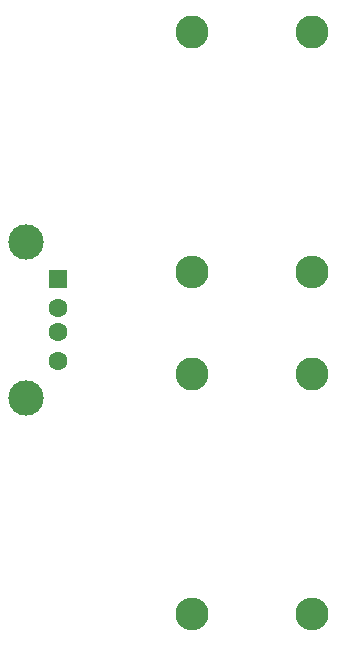
<source format=gbr>
%TF.GenerationSoftware,KiCad,Pcbnew,(6.0.7-1)-1*%
%TF.CreationDate,2022-09-01T10:05:59+09:00*%
%TF.ProjectId,Battery,42617474-6572-4792-9e6b-696361645f70,rev?*%
%TF.SameCoordinates,Original*%
%TF.FileFunction,Soldermask,Top*%
%TF.FilePolarity,Negative*%
%FSLAX46Y46*%
G04 Gerber Fmt 4.6, Leading zero omitted, Abs format (unit mm)*
G04 Created by KiCad (PCBNEW (6.0.7-1)-1) date 2022-09-01 10:05:59*
%MOMM*%
%LPD*%
G01*
G04 APERTURE LIST*
%ADD10C,2.800000*%
%ADD11O,2.800000X2.800000*%
%ADD12R,1.500000X1.600000*%
%ADD13C,1.600000*%
%ADD14C,3.000000*%
G04 APERTURE END LIST*
D10*
%TO.C,R4*%
X189992000Y-118618000D03*
D11*
X189992000Y-138938000D03*
%TD*%
D10*
%TO.C,R3*%
X189992000Y-89662000D03*
D11*
X189992000Y-109982000D03*
%TD*%
D10*
%TO.C,R2*%
X179832000Y-118618000D03*
D11*
X179832000Y-138938000D03*
%TD*%
D10*
%TO.C,R1*%
X179832000Y-89662000D03*
D11*
X179832000Y-109982000D03*
%TD*%
D12*
%TO.C,J1*%
X168428000Y-110546000D03*
D13*
X168428000Y-113046000D03*
X168428000Y-115046000D03*
X168428000Y-117546000D03*
D14*
X165718000Y-120616000D03*
X165718000Y-107476000D03*
%TD*%
M02*

</source>
